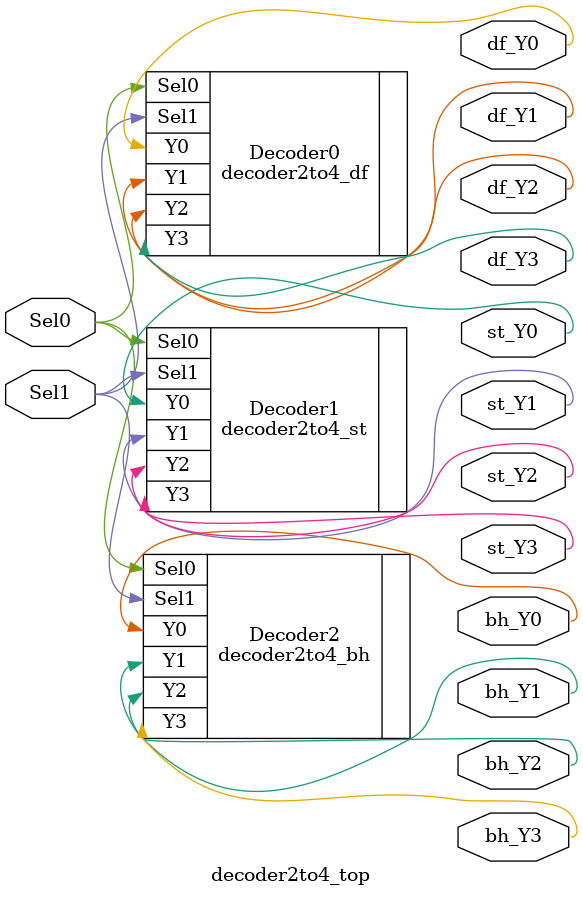
<source format=v>
module decoder2to4_top( Sel0,Sel1, bh_Y0, bh_Y1, bh_Y2, bh_Y3 , st_Y0, st_Y1, st_Y2, st_Y3 , df_Y0, df_Y1, df_Y2, df_Y3);

output bh_Y0, bh_Y1, bh_Y2, bh_Y3 , st_Y0, st_Y1, st_Y2, st_Y3 , df_Y0, df_Y1, df_Y2, df_Y3;

input Sel0,Sel1;

decoder2to4_df Decoder0(.Sel0(Sel0), .Sel1(Sel1), .Y0(df_Y0), .Y1(df_Y1), .Y2(df_Y2), .Y3(df_Y3));
decoder2to4_st Decoder1(.Sel0(Sel0), .Sel1(Sel1), .Y0(st_Y0), .Y1(st_Y1), .Y2(st_Y2), .Y3(st_Y3));
decoder2to4_bh Decoder2(.Sel0(Sel0), .Sel1(Sel1), .Y0(bh_Y0), .Y1(bh_Y1), .Y2(bh_Y2), .Y3(bh_Y3));

endmodule
</source>
